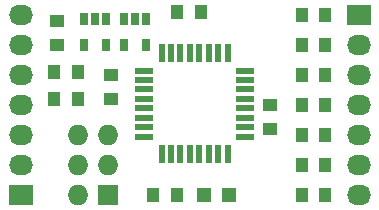
<source format=gbr>
G04 #@! TF.FileFunction,Soldermask,Top*
%FSLAX46Y46*%
G04 Gerber Fmt 4.6, Leading zero omitted, Abs format (unit mm)*
G04 Created by KiCad (PCBNEW 4.0.2-stable) date 28.06.2016 22:29:11*
%MOMM*%
G01*
G04 APERTURE LIST*
%ADD10C,0.100000*%
%ADD11R,0.650000X1.060000*%
%ADD12R,1.600000X0.550000*%
%ADD13R,0.550000X1.600000*%
%ADD14R,1.250000X1.000000*%
%ADD15R,1.198880X1.198880*%
%ADD16R,1.727200X1.727200*%
%ADD17O,1.727200X1.727200*%
%ADD18R,2.032000X1.727200*%
%ADD19O,2.032000X1.727200*%
%ADD20R,1.000000X1.250000*%
G04 APERTURE END LIST*
D10*
D11*
X155382000Y-103210000D03*
X154432000Y-103210000D03*
X153482000Y-103210000D03*
X153482000Y-105410000D03*
X155382000Y-105410000D03*
D12*
X155229897Y-107595103D03*
X155229897Y-108395103D03*
X155229897Y-109195103D03*
X155229897Y-109995103D03*
X155229897Y-110795103D03*
X155229897Y-111595103D03*
X155229897Y-112395103D03*
X155229897Y-113195103D03*
D13*
X156679897Y-114645103D03*
X157479897Y-114645103D03*
X158279897Y-114645103D03*
X159079897Y-114645103D03*
X159879897Y-114645103D03*
X160679897Y-114645103D03*
X161479897Y-114645103D03*
X162279897Y-114645103D03*
D12*
X163729897Y-113195103D03*
X163729897Y-112395103D03*
X163729897Y-111595103D03*
X163729897Y-110795103D03*
X163729897Y-109995103D03*
X163729897Y-109195103D03*
X163729897Y-108395103D03*
X163729897Y-107595103D03*
D13*
X162279897Y-106145103D03*
X161479897Y-106145103D03*
X160679897Y-106145103D03*
X159879897Y-106145103D03*
X159079897Y-106145103D03*
X158279897Y-106145103D03*
X157479897Y-106145103D03*
X156679897Y-106145103D03*
D14*
X152400000Y-109966000D03*
X152400000Y-107966000D03*
X165862000Y-110506000D03*
X165862000Y-112506000D03*
D15*
X160274000Y-118110000D03*
X162372040Y-118110000D03*
D16*
X152146000Y-118110000D03*
D17*
X149606000Y-118110000D03*
X152146000Y-115570000D03*
X149606000Y-115570000D03*
X152146000Y-113030000D03*
X149606000Y-113030000D03*
D18*
X173355000Y-102870000D03*
D19*
X173355000Y-105410000D03*
X173355000Y-107950000D03*
X173355000Y-110490000D03*
X173355000Y-113030000D03*
X173355000Y-115570000D03*
X173355000Y-118110000D03*
D18*
X144780000Y-118110000D03*
D19*
X144780000Y-115570000D03*
X144780000Y-113030000D03*
X144780000Y-110490000D03*
X144780000Y-107950000D03*
X144780000Y-105410000D03*
X144780000Y-102870000D03*
D20*
X147590000Y-109982000D03*
X149590000Y-109982000D03*
X155972000Y-118110000D03*
X157972000Y-118110000D03*
X170545000Y-102870000D03*
X168545000Y-102870000D03*
X170545000Y-105410000D03*
X168545000Y-105410000D03*
X170545000Y-107950000D03*
X168545000Y-107950000D03*
X170545000Y-110490000D03*
X168545000Y-110490000D03*
X170545000Y-113030000D03*
X168545000Y-113030000D03*
X170545000Y-115570000D03*
X168545000Y-115570000D03*
X158004000Y-102616000D03*
X160004000Y-102616000D03*
X168545000Y-118110000D03*
X170545000Y-118110000D03*
D11*
X152014000Y-103210000D03*
X151064000Y-103210000D03*
X150114000Y-103210000D03*
X150114000Y-105410000D03*
X152014000Y-105410000D03*
D14*
X147828000Y-103394000D03*
X147828000Y-105394000D03*
D20*
X149590000Y-107696000D03*
X147590000Y-107696000D03*
M02*

</source>
